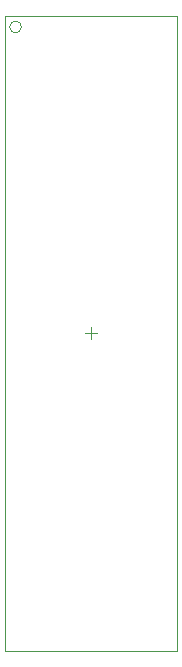
<source format=gm1>
G04*
G04 #@! TF.GenerationSoftware,Altium Limited,Altium Designer,22.0.2 (36)*
G04*
G04 Layer_Color=16711935*
%FSLAX25Y25*%
%MOIN*%
G70*
G04*
G04 #@! TF.SameCoordinates,814A3CDE-6894-4AC5-8A30-7A96F4401CB6*
G04*
G04*
G04 #@! TF.FilePolarity,Positive*
G04*
G01*
G75*
%ADD16C,0.00394*%
D16*
X566772Y472165D02*
G03*
X566772Y472165I-1969J0D01*
G01*
X561260Y264291D02*
Y475709D01*
X618740Y264291D02*
Y475709D01*
X561260D02*
X618740D01*
X561260Y264291D02*
X618740D01*
X588032Y370000D02*
X591969D01*
X590000Y368032D02*
Y371969D01*
M02*

</source>
